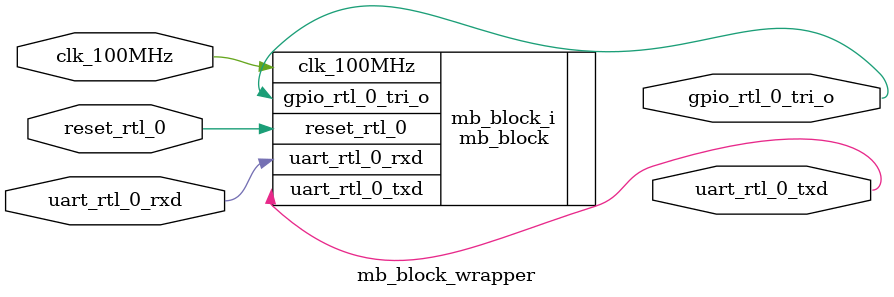
<source format=v>
`timescale 1 ps / 1 ps

module mb_block_wrapper
   (clk_100MHz,
    gpio_rtl_0_tri_o,
    reset_rtl_0,
    uart_rtl_0_rxd,
    uart_rtl_0_txd);
  input clk_100MHz;
  output [0:0]gpio_rtl_0_tri_o;
  input reset_rtl_0;
  input uart_rtl_0_rxd;
  output uart_rtl_0_txd;

  wire clk_100MHz;
  wire [0:0]gpio_rtl_0_tri_o;
  wire reset_rtl_0;
  wire uart_rtl_0_rxd;
  wire uart_rtl_0_txd;

  mb_block mb_block_i
       (.clk_100MHz(clk_100MHz),
        .gpio_rtl_0_tri_o(gpio_rtl_0_tri_o),
        .reset_rtl_0(reset_rtl_0),
        .uart_rtl_0_rxd(uart_rtl_0_rxd),
        .uart_rtl_0_txd(uart_rtl_0_txd));
endmodule

</source>
